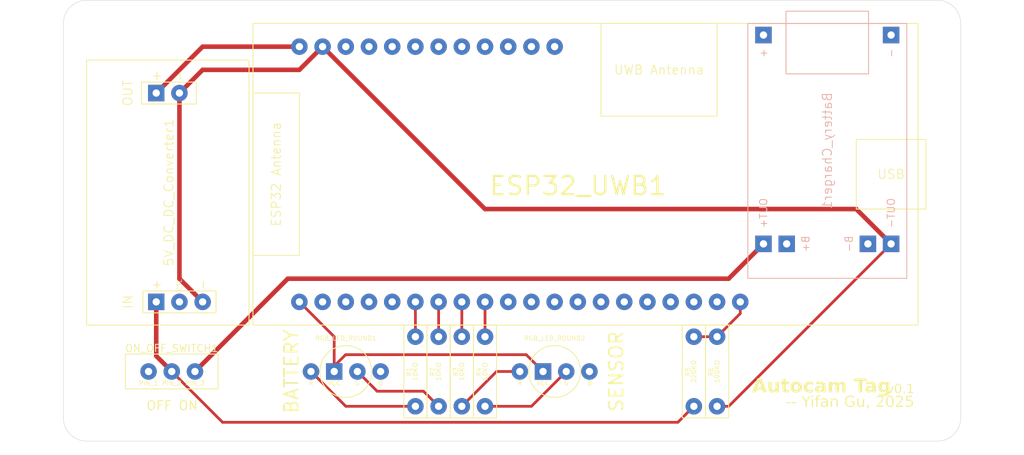
<source format=kicad_pcb>
(kicad_pcb (version 20241229) (generator "pcbnew") (generator_version "9.0")
  (title_block (title "Autocam Tag") (date "2025-03-02") (rev "v0.1"))
  (layers (0 "F.Cu" signal) (2 "B.Cu" signal) (13 "F.Paste" user) (15 "B.Paste" user) (5 "F.SilkS" user "F.Silkscreen") (7 "B.SilkS" user "B.Silkscreen") (1 "F.Mask" user) (3 "B.Mask" user) (25 "Edge.Cuts" user))
  (net 0 "")
  (net 1 "Net-(ESP32_UWB1-5V0)")
  (net 2 "Net-(5V_DC_DC_Converter1-+-Pad1)")
  (net 8 "Net-(ESP32_UWB1-3V3)")
  (net 9 "Net-(ESP32_UWB1-IO39)")
  (net 16 "Net-(ESP32_UWB1-IO12)")
  (net 17 "Net-(ESP32_UWB1-IO14)")
  (net 20 "Net-(ESP32_UWB1-IO13)")
  (net 33 "Net-(RGB_LED_ROUND1-R)")
  (net 34 "Net-(RGB_LED_ROUND1-G)")
  (net 35 "Net-(RGB_LED_ROUND2-R)")
  (net 36 "Net-(RGB_LED_ROUND2-G)")
  (net 44 "Net-(Battery_Charger1-OUT+)")
  (net 45 "Net-(Battery_Charger1-OUT-)")
  (net 46 "Net-(ESP32_UWB1-IO15)")
  (footprint "Autocam:Makersfab ESP32 UWB" (layer "F.Cu") (at 35.775 17.78)
    (property "Reference" "ESP32_UWB1" (at 35.56 17.78 0) (layer "F.SilkS") (effects (font (size 2 2) (thickness 0.25))))
    (property "Value" "~" (hide yes))
    (fp_rect (start 0 0) (end 72.8 33.02) (stroke (width 0.1)) (fill no) (layer "F.SilkS"))
    (fp_rect (start 0 7.62) (end 5.08 25.4) (stroke (width 0.1)) (fill no) (layer "F.SilkS"))
    (fp_rect (start 38.1 0) (end 50.8 10.16) (stroke (width 0.1)) (fill no) (layer "F.SilkS"))
    (fp_rect (start 66.04 12.7) (end 73.66 20.32) (stroke (width 0.1)) (fill no) (layer "F.SilkS"))
    (fp_text user "ESP32 Antenna" (at 2.54 16.51 90) (layer "F.SilkS") (effects (font (thickness 0.1))))
    (fp_text user "UWB Antenna" (at 44.45 5.08 0) (layer "F.SilkS") (effects (font (thickness 0.1))))
    (fp_text user "USB" (at 69.85 16.51 0) (layer "F.SilkS") (effects (font (thickness 0.1))))
    (pad "1" thru_hole circle (at 5.08 30.48) (size 1.8 1.8) (drill 0.8) (layers "*.Cu" "*.Mask") (net 8 "Net-(ESP32_UWB1-3V3)"))
    (pad "2" thru_hole circle (at 7.62 30.48) (size 1.8 1.8) (drill 0.8) (layers "*.Cu" "*.Mask"))
    (pad "3" thru_hole circle (at 10.16 30.48) (size 1.8 1.8) (drill 0.8) (layers "*.Cu" "*.Mask"))
    (pad "4" thru_hole circle (at 12.7 30.48) (size 1.8 1.8) (drill 0.8) (layers "*.Cu" "*.Mask"))
    (pad "5" thru_hole circle (at 15.24 30.48) (size 1.8 1.8) (drill 0.8) (layers "*.Cu" "*.Mask"))
    (pad "6" thru_hole circle (at 17.78 30.48) (size 1.8 1.8) (drill 0.8) (layers "*.Cu" "*.Mask") (net 16 "Net-(ESP32_UWB1-IO12)"))
    (pad "7" thru_hole circle (at 20.32 30.48) (size 1.8 1.8) (drill 0.8) (layers "*.Cu" "*.Mask") (net 20 "Net-(ESP32_UWB1-IO13)"))
    (pad "8" thru_hole circle (at 22.86 30.48) (size 1.8 1.8) (drill 0.8) (layers "*.Cu" "*.Mask") (net 17 "Net-(ESP32_UWB1-IO14)"))
    (pad "9" thru_hole circle (at 25.4 30.48) (size 1.8 1.8) (drill 0.8) (layers "*.Cu" "*.Mask") (net 46 "Net-(ESP32_UWB1-IO15)"))
    (pad "10" thru_hole circle (at 27.94 30.48) (size 1.8 1.8) (drill 0.8) (layers "*.Cu" "*.Mask"))
    (pad "11" thru_hole circle (at 30.48 30.48) (size 1.8 1.8) (drill 0.8) (layers "*.Cu" "*.Mask"))
    (pad "12" thru_hole circle (at 33.02 30.48) (size 1.8 1.8) (drill 0.8) (layers "*.Cu" "*.Mask"))
    (pad "13" thru_hole circle (at 35.56 30.48) (size 1.8 1.8) (drill 0.8) (layers "*.Cu" "*.Mask"))
    (pad "14" thru_hole circle (at 38.1 30.48) (size 1.8 1.8) (drill 0.8) (layers "*.Cu" "*.Mask"))
    (pad "15" thru_hole circle (at 40.64 30.48) (size 1.8 1.8) (drill 0.8) (layers "*.Cu" "*.Mask"))
    (pad "16" thru_hole circle (at 43.18 30.48) (size 1.8 1.8) (drill 0.8) (layers "*.Cu" "*.Mask"))
    (pad "17" thru_hole circle (at 45.72 30.48) (size 1.8 1.8) (drill 0.8) (layers "*.Cu" "*.Mask"))
    (pad "18" thru_hole circle (at 48.26 30.48) (size 1.8 1.8) (drill 0.8) (layers "*.Cu" "*.Mask"))
    (pad "19" thru_hole circle (at 50.8 30.48) (size 1.8 1.8) (drill 0.8) (layers "*.Cu" "*.Mask"))
    (pad "20" thru_hole circle (at 53.34 30.48) (size 1.8 1.8) (drill 0.8) (layers "*.Cu" "*.Mask") (net 9 "Net-(ESP32_UWB1-IO39)"))
    (pad "21" thru_hole circle (at 5.08 2.54) (size 1.8 1.8) (drill 0.8) (layers "*.Cu" "*.Mask") (net 1 "Net-(ESP32_UWB1-5V0)"))
    (pad "22" thru_hole circle (at 7.62 2.54) (size 1.8 1.8) (drill 0.8) (layers "*.Cu" "*.Mask") (net 45 "Net-(Battery_Charger1-OUT-)"))
    (pad "23" thru_hole circle (at 10.16 2.54) (size 1.8 1.8) (drill 0.8) (layers "*.Cu" "*.Mask"))
    (pad "24" thru_hole circle (at 12.7 2.54) (size 1.8 1.8) (drill 0.8) (layers "*.Cu" "*.Mask"))
    (pad "25" thru_hole circle (at 15.24 2.54) (size 1.8 1.8) (drill 0.8) (layers "*.Cu" "*.Mask"))
    (pad "26" thru_hole circle (at 17.78 2.54) (size 1.8 1.8) (drill 0.8) (layers "*.Cu" "*.Mask"))
    (pad "27" thru_hole circle (at 20.32 2.54) (size 1.8 1.8) (drill 0.8) (layers "*.Cu" "*.Mask"))
    (pad "28" thru_hole circle (at 22.86 2.54) (size 1.8 1.8) (drill 0.8) (layers "*.Cu" "*.Mask"))
    (pad "29" thru_hole circle (at 25.4 2.54) (size 1.8 1.8) (drill 0.8) (layers "*.Cu" "*.Mask"))
    (pad "30" thru_hole circle (at 27.94 2.54) (size 1.8 1.8) (drill 0.8) (layers "*.Cu" "*.Mask"))
    (pad "31" thru_hole circle (at 30.48 2.54) (size 1.8 1.8) (drill 0.8) (layers "*.Cu" "*.Mask"))
    (pad "32" thru_hole circle (at 33.02 2.54) (size 1.8 1.8) (drill 0.8) (layers "*.Cu" "*.Mask"))
  )
  (footprint "Autocam:5V DC-DC Step Up Converter (Rectangle)" (layer "F.Cu") (at 17.565 50.8 90)
    (property "Reference" "5V_DC_DC_Converter1" (at 14.5 9 90) (layer "F.SilkS") (effects (font (thickness 0.1))))
    (property "Value" "~")
    (fp_rect (start 0 0) (end 29 17.78) (stroke (width 0.1)) (fill no) (layer "F.SilkS"))
    (fp_rect (start 24.2 6) (end 26.6 12) (stroke (width 0.1)) (fill no) (layer "F.SilkS"))
    (fp_rect (start 1.34 6.16) (end 3.74 14.16) (stroke (width 0.1)) (fill no) (layer "F.SilkS"))
    (fp_text user "-" (at 27.94 10.16 90) (layer "F.SilkS") (effects (font (thickness 0.1)) (justify right)))
    (fp_text user "CTL" (at 5.08 10.16 90) (layer "F.SilkS") (effects (font (size 0.5 0.5) (thickness 0.0625)) (justify right)))
    (fp_text user "+" (at 5.08 7.62 90) (layer "F.SilkS") (effects (font (thickness 0.1)) (justify right)))
    (fp_text user "IN" (at 2.54 5.08 90) (layer "F.SilkS") (effects (font (thickness 0.1)) (justify bottom)))
    (fp_text user "+" (at 27.94 7.62 90) (layer "F.SilkS") (effects (font (thickness 0.1)) (justify right)))
    (fp_text user "OUT" (at 25.4 5.08 90) (layer "F.SilkS") (effects (font (thickness 0.1)) (justify bottom)))
    (fp_text user "-" (at 5.08 12.7 90) (layer "F.SilkS") (effects (font (thickness 0.1)) (justify right)))
    (pad "1" thru_hole rect (at 2.54 7.62 90) (size 1.8 1.8) (drill 0.8) (layers "*.Cu" "*.Mask") (net 2 "Net-(5V_DC_DC_Converter1-+-Pad1)"))
    (pad "2" thru_hole circle (at 2.54 10.16 90) (size 1.8 1.8) (drill 0.8) (layers "*.Cu" "*.Mask"))
    (pad "3" thru_hole circle (at 2.54 12.7 90) (size 1.8 1.8) (drill 0.8) (layers "*.Cu" "*.Mask") (net 45 "Net-(Battery_Charger1-OUT-)"))
    (pad "4" thru_hole rect (at 25.4 7.62 90) (size 1.8 1.8) (drill 0.8) (layers "*.Cu" "*.Mask") (net 1 "Net-(ESP32_UWB1-5V0)"))
    (pad "5" thru_hole circle (at 25.4 10.16 90) (size 1.8 1.8) (drill 0.8) (layers "*.Cu" "*.Mask") (net 45 "Net-(Battery_Charger1-OUT-)"))
  )
  (footprint "Autocam:Simple Resistor" (layer "F.Cu") (at 53.555 59.69 90)
    (property "Reference" "R1" (at 3.774036 -0.672769 90) (layer "F.SilkS") (effects (font (size 0.5 0.5) (thickness 0.0625))))
    (property "Value" "10KΩ" (at 3.81 0 90) (layer "F.SilkS") (effects (font (size 0.5 0.5) (thickness 0.0625))))
    (fp_rect (start -1.27 -1.27) (end 8.89 1.27) (stroke (width 0.1)) (fill no) (layer "F.SilkS"))
    (pad "1" thru_hole circle (at 0 0 90) (size 1.8 1.8) (drill 0.8) (layers "*.Cu" "*.Mask") (net 33 "Net-(RGB_LED_ROUND1-R)"))
    (pad "2" thru_hole circle (at 7.62 0 90) (size 1.8 1.8) (drill 0.8) (layers "*.Cu" "*.Mask") (net 16 "Net-(ESP32_UWB1-IO12)"))
  )
  (footprint "Autocam:Anode RGB LED (Round)" (layer "F.Cu") (at 45.935 55.88)
    (property "Reference" "RGB_LED_ROUND1" (at 0 -3.634649 0) (layer "F.SilkS") (effects (font (size 0.5 0.5) (thickness 0.0625))))
    (property "Value" "BATTERY" (at -5.08 0 90) (layer "F.SilkS") (effects (font (size 1.5 1.5) (thickness 0.1875)) (justify bottom)))
    (fp_circle (center 0 0) (end 2.84 0) (stroke (width 0.1)) (fill no) (layer "F.SilkS"))
    (fp_text user "R" (at -3.81 1.27 0) (layer "F.SilkS") (effects (font (size 0.5 0.5) (thickness 0.0625))))
    (fp_text user "G" (at 1.27 1.27 0) (layer "F.SilkS") (effects (font (size 0.5 0.5) (thickness 0.0625))))
    (fp_text user "B" (at 3.81 1.27 0) (layer "F.SilkS") (effects (font (size 0.5 0.5) (thickness 0.0625))))
    (fp_text user "VCC" (at -1.27 1.27 0) (layer "F.SilkS") (effects (font (size 0.5 0.5) (thickness 0.0625))))
    (pad "1" thru_hole circle (at -3.81 0) (size 1.8 1.8) (drill 0.8) (layers "*.Cu" "*.Mask") (net 33 "Net-(RGB_LED_ROUND1-R)"))
    (pad "2" thru_hole rect (at -1.27 0) (size 1.8 1.8) (drill 0.8) (layers "*.Cu" "*.Mask") (net 8 "Net-(ESP32_UWB1-3V3)"))
    (pad "3" thru_hole circle (at 1.27 0) (size 1.8 1.8) (drill 0.8) (layers "*.Cu" "*.Mask") (net 34 "Net-(RGB_LED_ROUND1-G)"))
    (pad "4" thru_hole circle (at 3.81 0) (size 1.8 1.8) (drill 0.8) (layers "*.Cu" "*.Mask"))
  )
  (footprint "MountingHole:MountingHole_2.2mm_M2" (layer "F.Cu") (at 110.705 60.96)
    (property "Reference" "REF**" (hide yes))
    (property "Value" "MountingHole_2.2mm_M2")
    (pad "" np_thru_hole circle (at 0 0) (size 2.2 2.2) (drill 2.2) (layers "*.Cu" "*.Mask"))
  )
  (footprint "Autocam:Simple Resistor" (layer "F.Cu") (at 56.095 59.69 90)
    (property "Reference" "R2" (at 3.774036 -0.672769 90) (layer "F.SilkS") (effects (font (size 0.5 0.5) (thickness 0.0625))))
    (property "Value" "10KΩ" (at 3.81 0 90) (layer "F.SilkS") (effects (font (size 0.5 0.5) (thickness 0.0625))))
    (fp_rect (start -1.27 -1.27) (end 8.89 1.27) (stroke (width 0.1)) (fill no) (layer "F.SilkS"))
    (pad "1" thru_hole circle (at 0 0 90) (size 1.8 1.8) (drill 0.8) (layers "*.Cu" "*.Mask") (net 34 "Net-(RGB_LED_ROUND1-G)"))
    (pad "2" thru_hole circle (at 7.62 0 90) (size 1.8 1.8) (drill 0.8) (layers "*.Cu" "*.Mask") (net 20 "Net-(ESP32_UWB1-IO13)"))
  )
  (footprint "Autocam:Simple Resistor" (layer "F.Cu") (at 61.175 59.69 90)
    (property "Reference" "R4" (at 3.774036 -0.672769 90) (layer "F.SilkS") (effects (font (size 0.5 0.5) (thickness 0.0625))))
    (property "Value" "10KΩ" (at 3.81 0 90) (layer "F.SilkS") (effects (font (size 0.5 0.5) (thickness 0.0625))))
    (fp_rect (start -1.27 -1.27) (end 8.89 1.27) (stroke (width 0.1)) (fill no) (layer "F.SilkS"))
    (pad "1" thru_hole circle (at 0 0 90) (size 1.8 1.8) (drill 0.8) (layers "*.Cu" "*.Mask") (net 36 "Net-(RGB_LED_ROUND2-G)"))
    (pad "2" thru_hole circle (at 7.62 0 90) (size 1.8 1.8) (drill 0.8) (layers "*.Cu" "*.Mask") (net 46 "Net-(ESP32_UWB1-IO15)"))
  )
  (footprint "Autocam:Anode RGB LED (Round)" (layer "F.Cu") (at 68.795 55.88)
    (property "Reference" "RGB_LED_ROUND2" (at 0 -3.634649 0) (layer "F.SilkS") (effects (font (size 0.5 0.5) (thickness 0.0625))))
    (property "Value" "SENSOR" (at 7.62 0 90) (layer "F.SilkS") (effects (font (size 1.5 1.5) (thickness 0.1875)) (justify bottom)))
    (fp_circle (center 0 0) (end 2.84 0) (stroke (width 0.1)) (fill no) (layer "F.SilkS"))
    (fp_text user "B" (at 3.81 1.27 0) (layer "F.SilkS") (effects (font (size 0.5 0.5) (thickness 0.0625))))
    (fp_text user "G" (at 1.27 1.27 0) (layer "F.SilkS") (effects (font (size 0.5 0.5) (thickness 0.0625))))
    (fp_text user "VCC" (at -1.27 1.27 0) (layer "F.SilkS") (effects (font (size 0.5 0.5) (thickness 0.0625))))
    (fp_text user "R" (at -3.81 1.27 0) (layer "F.SilkS") (effects (font (size 0.5 0.5) (thickness 0.0625))))
    (pad "1" thru_hole circle (at -3.81 0) (size 1.8 1.8) (drill 0.8) (layers "*.Cu" "*.Mask") (net 35 "Net-(RGB_LED_ROUND2-R)"))
    (pad "2" thru_hole rect (at -1.27 0) (size 1.8 1.8) (drill 0.8) (layers "*.Cu" "*.Mask") (net 8 "Net-(ESP32_UWB1-3V3)"))
    (pad "3" thru_hole circle (at 1.27 0) (size 1.8 1.8) (drill 0.8) (layers "*.Cu" "*.Mask") (net 36 "Net-(RGB_LED_ROUND2-G)"))
    (pad "4" thru_hole circle (at 3.81 0) (size 1.8 1.8) (drill 0.8) (layers "*.Cu" "*.Mask"))
  )
  (footprint "Autocam:Simple Resistor" (layer "F.Cu") (at 58.635 59.69 90)
    (property "Reference" "R3" (at 3.774036 -0.672769 90) (layer "F.SilkS") (effects (font (size 0.5 0.5) (thickness 0.0625))))
    (property "Value" "10KΩ" (at 3.81 0 90) (layer "F.SilkS") (effects (font (size 0.5 0.5) (thickness 0.0625))))
    (fp_rect (start -1.27 -1.27) (end 8.89 1.27) (stroke (width 0.1)) (fill no) (layer "F.SilkS"))
    (pad "1" thru_hole circle (at 0 0 90) (size 1.8 1.8) (drill 0.8) (layers "*.Cu" "*.Mask") (net 35 "Net-(RGB_LED_ROUND2-R)"))
    (pad "2" thru_hole circle (at 7.62 0 90) (size 1.8 1.8) (drill 0.8) (layers "*.Cu" "*.Mask") (net 17 "Net-(ESP32_UWB1-IO14)"))
  )
  (footprint "Autocam:Simple Resistor" (layer "F.Cu") (at 86.575 59.69 90)
    (property "Reference" "R6" (at 3.774036 -0.672769 90) (layer "F.SilkS") (effects (font (size 0.5 0.5) (thickness 0.0625))))
    (property "Value" "100KΩ" (at 3.81 0 90) (layer "F.SilkS") (effects (font (size 0.5 0.5) (thickness 0.0625))))
    (fp_rect (start -1.27 -1.27) (end 8.89 1.27) (stroke (width 0.1)) (fill no) (layer "F.SilkS"))
    (pad "1" thru_hole circle (at 0 0 90) (size 1.8 1.8) (drill 0.8) (layers "*.Cu" "*.Mask") (net 45 "Net-(Battery_Charger1-OUT-)"))
    (pad "2" thru_hole circle (at 7.62 0 90) (size 1.8 1.8) (drill 0.8) (layers "*.Cu" "*.Mask") (net 9 "Net-(ESP32_UWB1-IO39)"))
  )
  (footprint "Autocam:3-PIN Switch" (layer "F.Cu") (at 24.345 55.88)
    (property "Reference" "ON_OFF_SWITCH1" (at 2.54 -2.54 0) (layer "F.SilkS") (effects (font (size 0.8 0.8) (thickness 0.1))))
    (property "Value" "OFF ON" (at 2.58275 4.31816 0) (layer "F.SilkS") (effects (font (thickness 0.125)) (justify bottom)))
    (fp_rect (start -2.54 -1.905) (end 7.62 1.905) (stroke (width 0.1)) (fill no) (layer "F.SilkS"))
    (fp_text user "PIN_3" (at 5.08 1.27 0) (layer "F.SilkS") (effects (font (size 0.5 0.5) (thickness 0.0625))))
    (fp_text user "PIN_2" (at 2.54 1.27 0) (layer "F.SilkS") (effects (font (size 0.5 0.5) (thickness 0.0625))))
    (fp_text user "PIN_1" (at 0 1.27 0) (layer "F.SilkS") (effects (font (size 0.5 0.5) (thickness 0.0625))))
    (pad "1" thru_hole circle (at 0 0) (size 1.8 1.8) (drill 0.8) (layers "*.Cu" "*.Mask"))
    (pad "2" thru_hole circle (at 2.54 0) (size 1.8 1.8) (drill 0.8) (layers "*.Cu" "*.Mask") (net 2 "Net-(5V_DC_DC_Converter1-+-Pad1)"))
    (pad "3" thru_hole circle (at 5.08 0) (size 1.8 1.8) (drill 0.8) (layers "*.Cu" "*.Mask") (net 44 "Net-(Battery_Charger1-OUT+)"))
  )
  (footprint "MountingHole:MountingHole_2.2mm_M2" (layer "F.Cu") (at 110.705 17.78)
    (property "Reference" "REF**" (hide yes))
    (property "Value" "MountingHole_2.2mm_M2")
    (pad "" np_thru_hole circle (at 0 0) (size 2.2 2.2) (drill 2.2) (layers "*.Cu" "*.Mask"))
  )
  (footprint "Autocam:Simple Resistor" (layer "F.Cu") (at 84.035 59.69 90)
    (property "Reference" "R5" (at 3.774036 -0.672769 90) (layer "F.SilkS") (effects (font (size 0.5 0.5) (thickness 0.0625))))
    (property "Value" "220KΩ" (at 3.81 0 90) (layer "F.SilkS") (effects (font (size 0.5 0.5) (thickness 0.0625))))
    (fp_rect (start -1.27 -1.27) (end 8.89 1.27) (stroke (width 0.1)) (fill no) (layer "F.SilkS"))
    (pad "1" thru_hole circle (at 0 0 90) (size 1.8 1.8) (drill 0.8) (layers "*.Cu" "*.Mask") (net 2 "Net-(5V_DC_DC_Converter1-+-Pad1)"))
    (pad "2" thru_hole circle (at 7.62 0 90) (size 1.8 1.8) (drill 0.8) (layers "*.Cu" "*.Mask") (net 9 "Net-(ESP32_UWB1-IO39)"))
  )
  (footprint "MountingHole:MountingHole_2.2mm_M2" (layer "F.Cu") (at 17.565 17.78)
    (property "Reference" "REF**" (hide yes))
    (property "Value" "MountingHole_2.2mm_M2")
    (pad "" np_thru_hole circle (at 0 0) (size 2.2 2.2) (drill 2.2) (layers "*.Cu" "*.Mask"))
  )
  (footprint "MountingHole:MountingHole_2.2mm_M2" (layer "F.Cu") (at 17.565 60.96)
    (property "Reference" "REF**" (hide yes))
    (property "Value" "MountingHole_2.2mm_M2")
    (pad "" np_thru_hole circle (at 0 0) (size 2.2 2.2) (drill 2.2) (layers "*.Cu" "*.Mask"))
  )
  (footprint "Autocam:USB-C 3.7V Lithium Battery Charger" (layer "B.Cu") (at 107.34 17.78 -90)
    (property "Reference" "Battery_Charger1" (at 13.95 8.7 90) (layer "B.SilkS") (effects (font (thickness 0.1)) (justify mirror)))
    (property "Value" "~")
    (fp_rect (start 0 17.4) (end 27.9 0) (stroke (width 0.1)) (fill no) (layer "B.SilkS"))
    (fp_rect (start -1.34 13.22) (end 5.52 4.18) (stroke (width 0.1)) (fill no) (layer "B.SilkS"))
    (fp_text user "B+" (at 24.13 10.605 90) (layer "B.SilkS") (effects (font (size 0.8 0.8) (thickness 0.1)) (justify bottom mirror)))
    (fp_text user "B-" (at 24.13 6.795 90) (layer "B.SilkS") (effects (font (size 0.8 0.8) (thickness 0.1)) (justify top mirror)))
    (fp_text user "+" (at 3.81 15.685 90) (layer "B.SilkS") (effects (font (size 0.8 0.8) (thickness 0.1)) (justify right mirror)))
    (fp_text user "OUT+" (at 19.05 15.685 90) (layer "B.SilkS") (effects (font (size 0.8 0.8) (thickness 0.1)) (justify left mirror)))
    (fp_text user "-" (at 3.81 1.715 90) (layer "B.SilkS") (effects (font (size 0.8 0.8) (thickness 0.1)) (justify right mirror)))
    (fp_text user "OUT-" (at 19.05 1.715 90) (layer "B.SilkS") (effects (font (size 0.8 0.8) (thickness 0.1)) (justify left mirror)))
    (pad "1" thru_hole rect (at 1.27 15.685 270) (size 1.8 1.8) (drill 0.8) (layers "*.Cu" "*.Mask"))
    (pad "2" thru_hole rect (at 1.27 1.715 270) (size 1.8 1.8) (drill 0.8) (layers "*.Cu" "*.Mask"))
    (pad "3" thru_hole rect (at 24.13 15.685 270) (size 1.8 1.8) (drill 0.8) (layers "*.Cu" "*.Mask") (net 44 "Net-(Battery_Charger1-OUT+)"))
    (pad "4" thru_hole rect (at 24.13 13.145 270) (size 1.8 1.8) (drill 0.8) (layers "*.Cu" "*.Mask"))
    (pad "5" thru_hole rect (at 24.13 4.255 270) (size 1.8 1.8) (drill 0.8) (layers "*.Cu" "*.Mask"))
    (pad "6" thru_hole rect (at 24.13 1.715 270) (size 1.8 1.8) (drill 0.8) (layers "*.Cu" "*.Mask") (net 45 "Net-(Battery_Charger1-OUT-)"))
  )
  (gr_arc (start 15.025 17.78) (mid 15.768949 15.983949) (end 17.565 15.24) (stroke (width 0.05)) (layer "Edge.Cuts"))
  (gr_line (start 17.565 15.24) (end 110.705 15.24) (stroke (width 0.05)) (layer "Edge.Cuts"))
  (gr_arc (start 113.245 60.96) (mid 112.501051 62.756051) (end 110.705 63.5) (stroke (width 0.05)) (layer "Edge.Cuts"))
  (gr_line (start 113.245 17.78) (end 113.245 60.96) (stroke (width 0.05)) (layer "Edge.Cuts"))
  (gr_arc (start 17.565 63.5) (mid 15.768949 62.756051) (end 15.025 60.96) (stroke (width 0.05)) (layer "Edge.Cuts"))
  (gr_arc (start 110.705 15.24) (mid 112.501051 15.983949) (end 113.245 17.78) (stroke (width 0.05)) (layer "Edge.Cuts"))
  (gr_line (start 110.705 63.5) (end 17.565 63.5) (stroke (width 0.05)) (layer "Edge.Cuts"))
  (gr_line (start 15.025 60.96) (end 15.025 17.78) (stroke (width 0.05)) (layer "Edge.Cuts"))
  (gr_text "v0.1" (at 108.165 58.42 0) (layer "F.SilkS") (effects (font (size 1 1) (thickness 0.1)) (justify right bottom)))
  (gr_text "Autocam Tag" (at 105.625 58.42 0) (layer "F.SilkS") (effects (font (size 1.5 1.5) (thickness 0.375) (bold yes) (italic yes)) (justify right bottom)))
  (gr_text "-- Yifan Gu, 2025" (at 108.165 59.960761 0) (layer "F.SilkS") (effects (font (size 1.2 1.2) (thickness 0.1)) (justify right bottom)))
  (segment (start 30.265 20.32) (end 40.855 20.32) (width 0.5) (layer "F.Cu") (net 1))
  (segment (start 25.185 25.4) (end 30.265 20.32) (width 0.5) (layer "F.Cu") (net 1))
  (segment (start 26.885 55.88) (end 32.445 61.44) (width 0.3) (layer "F.Cu") (net 2))
  (segment (start 82.285 61.44) (end 84.035 59.69) (width 0.3) (layer "F.Cu") (net 2))
  (segment (start 25.185 54.18) (end 26.885 55.88) (width 0.5) (layer "F.Cu") (net 2))
  (segment (start 32.445 61.44) (end 82.285 61.44) (width 0.3) (layer "F.Cu") (net 2))
  (segment (start 25.185 48.26) (end 25.185 54.18) (width 0.5) (layer "F.Cu") (net 2))
  (segment (start 40.855 48.26) (end 44.665 52.07) (width 0.3) (layer "F.Cu") (net 8))
  (segment (start 44.665 55.88) (end 44.665 55.291) (width 0.3) (layer "F.Cu") (net 8))
  (segment (start 44.665 52.07) (end 44.665 55.88) (width 0.3) (layer "F.Cu") (net 8))
  (segment (start 44.665 55.291) (end 45.916 54.04) (width 0.3) (layer "F.Cu") (net 8))
  (segment (start 67.525 55.88) (end 65.685 54.04) (width 0.3) (layer "F.Cu") (net 8))
  (segment (start 65.685 54.04) (end 45.916 54.04) (width 0.3) (layer "F.Cu") (net 8))
  (segment (start 89.115 49.53) (end 89.115 48.26) (width 0.3) (layer "F.Cu") (net 9))
  (segment (start 86.575 52.07) (end 89.115 49.53) (width 0.3) (layer "F.Cu") (net 9))
  (segment (start 84.035 52.07) (end 86.575 52.07) (width 0.3) (layer "F.Cu") (net 9))
  (segment (start 53.555 52.07) (end 53.555 48.26) (width 0.3) (layer "F.Cu") (net 16))
  (segment (start 58.025 48.26) (end 58.535 48.26) (width 0.3) (layer "F.Cu") (net 17))
  (segment (start 58.635 48.26) (end 58.635 52.07) (width 0.3) (layer "F.Cu") (net 17))
  (segment (start 56.095 48.26) (end 56.095 52.07) (width 0.3) (layer "F.Cu") (net 20))
  (segment (start 45.935 59.69) (end 53.555 59.69) (width 0.3) (layer "F.Cu") (net 33))
  (segment (start 42.125 55.88) (end 45.935 59.69) (width 0.3) (layer "F.Cu") (net 33))
  (segment (start 54.445 58.04) (end 49.365 58.04) (width 0.3) (layer "F.Cu") (net 34))
  (segment (start 49.365 58.04) (end 47.205 55.88) (width 0.3) (layer "F.Cu") (net 34))
  (segment (start 56.095 59.69) (end 54.445 58.04) (width 0.3) (layer "F.Cu") (net 34))
  (segment (start 62.445 55.88) (end 58.635 59.69) (width 0.3) (layer "F.Cu") (net 35))
  (segment (start 64.985 55.88) (end 62.445 55.88) (width 0.3) (layer "F.Cu") (net 35))
  (segment (start 66.255 59.69) (end 70.065 55.88) (width 0.3) (layer "F.Cu") (net 36))
  (segment (start 61.175 59.69) (end 66.255 59.69) (width 0.3) (layer "F.Cu") (net 36))
  (segment (start 39.585 45.72) (end 87.845 45.72) (width 0.5) (layer "F.Cu") (net 44))
  (segment (start 29.425 55.88) (end 39.585 45.72) (width 0.5) (layer "F.Cu") (net 44))
  (segment (start 87.845 45.72) (end 91.655 41.91) (width 0.5) (layer "F.Cu") (net 44))
  (segment (start 105.625 41.91) (end 101.815 38.1) (width 0.5) (layer "F.Cu") (net 45))
  (segment (start 105.625 41.912792) (end 105.625 41.91) (width 0.3) (layer "F.Cu") (net 45))
  (segment (start 30.265 22.86) (end 40.855 22.86) (width 0.5) (layer "F.Cu") (net 45))
  (segment (start 61.175 38.1) (end 43.395 20.32) (width 0.5) (layer "F.Cu") (net 45))
  (segment (start 27.725 45.72) (end 30.265 48.26) (width 0.5) (layer "F.Cu") (net 45))
  (segment (start 101.815 38.1) (end 61.175 38.1) (width 0.5) (layer "F.Cu") (net 45))
  (segment (start 40.855 22.86) (end 43.395 20.32) (width 0.5) (layer "F.Cu") (net 45))
  (segment (start 27.725 25.4) (end 27.725 45.72) (width 0.5) (layer "F.Cu") (net 45))
  (segment (start 87.845 59.69) (end 86.575 59.69) (width 0.3) (layer "F.Cu") (net 45))
  (segment (start 105.625 41.91) (end 87.845 59.69) (width 0.3) (layer "F.Cu") (net 45))
  (segment (start 27.725 25.4) (end 30.265 22.86) (width 0.5) (layer "F.Cu") (net 45))
  (segment (start 61.175 48.26) (end 61.175 52.07) (width 0.3) (layer "F.Cu") (net 46))
)
</source>
